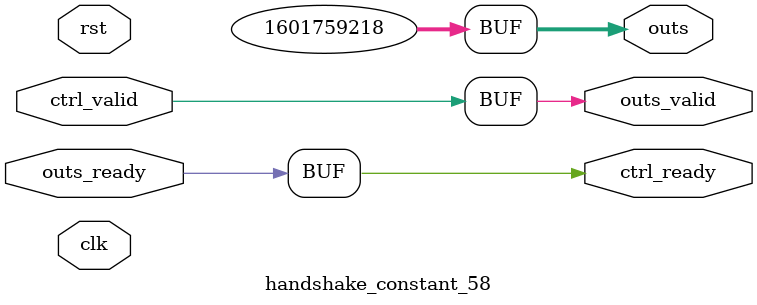
<source format=v>
`timescale 1ns / 1ps
module handshake_constant_58 #(
  parameter DATA_WIDTH = 32  // Default set to 32 bits
) (
  input                       clk,
  input                       rst,
  // Input Channel
  input                       ctrl_valid,
  output                      ctrl_ready,
  // Output Channel
  output [DATA_WIDTH - 1 : 0] outs,
  output                      outs_valid,
  input                       outs_ready
);
  assign outs       = 32'b01011111011110001110011111110010;
  assign outs_valid = ctrl_valid;
  assign ctrl_ready = outs_ready;

endmodule

</source>
